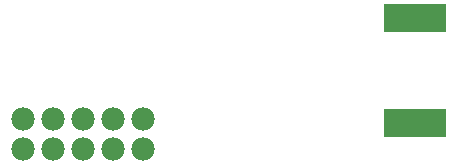
<source format=gbs>
G75*
%MOIN*%
%OFA0B0*%
%FSLAX25Y25*%
%IPPOS*%
%LPD*%
%AMOC8*
5,1,8,0,0,1.08239X$1,22.5*
%
%ADD10C,0.07800*%
%ADD11R,0.20800X0.09800*%
D10*
X0018677Y0045000D03*
X0028677Y0045000D03*
X0038677Y0045000D03*
X0048677Y0045000D03*
X0058677Y0045000D03*
X0058677Y0055000D03*
X0048677Y0055000D03*
X0038677Y0055000D03*
X0028677Y0055000D03*
X0018677Y0055000D03*
D11*
X0149365Y0053850D03*
X0149365Y0088650D03*
M02*

</source>
